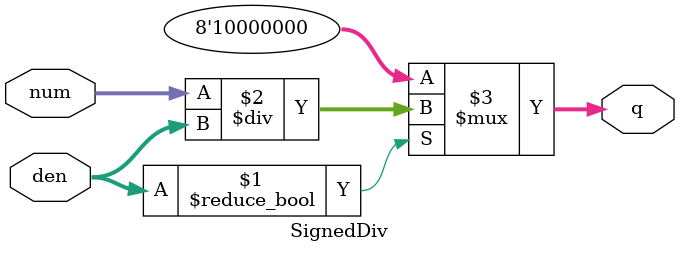
<source format=sv>
module SignedDiv(
    input signed [7:0] num, den,
    output signed [7:0] q
);
    assign q = (den != 0) ? num / den : 8'h80;
endmodule

</source>
